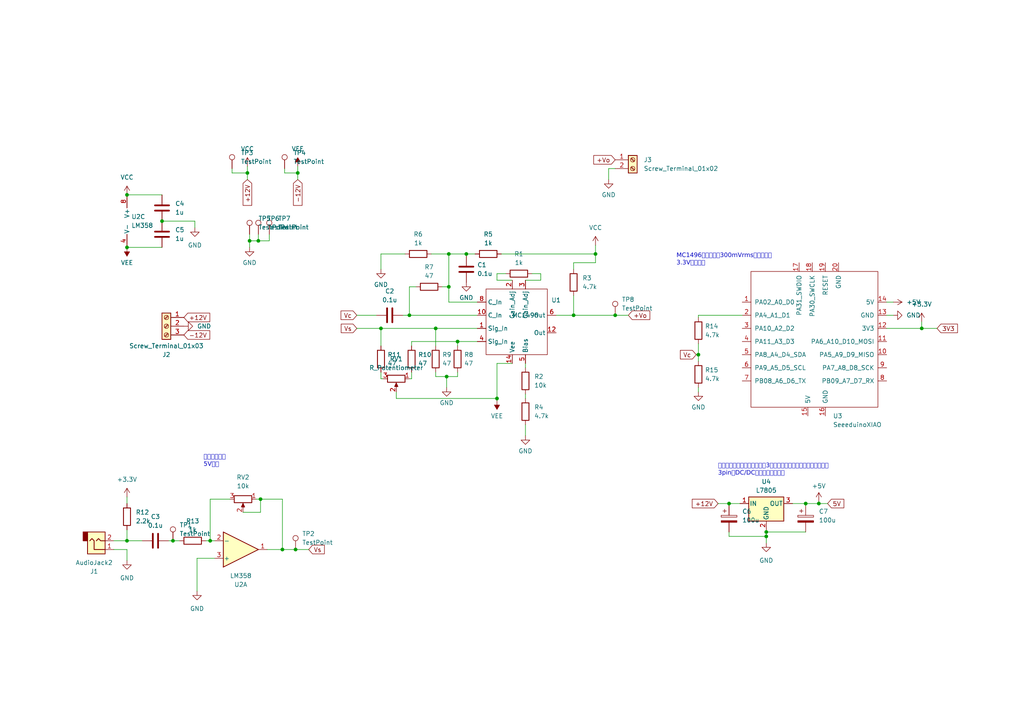
<source format=kicad_sch>
(kicad_sch (version 20230121) (generator eeschema)
  (paper "A4")
  (lib_symbols
    (symbol "00_ParametricSpeaker:MC1496"
      (property "Reference" "U" (at -2.54 -5.08 0))
      (symbol "MC1496_0_1"
        (rectangle (start -11.43 7.62) (end 6.35 -11.43))
      )
      (symbol "MC1496_1_1"
        (pin input line (at -13.97 -3.81 0) (length 2.54) (name "Sig_In") (number "1"))
        (pin input line (at -13.97 0 0) (length 2.54) (name "C_In") (number "10"))
        (pin bidirectional line (at 8.89 -5.08 180) (length 2.54) (name "Out") (number "12"))
        (pin power_in line (at -3.81 -13.97 90) (length 2.54) (name "Vee") (number "14"))
        (pin input line (at -3.81 10.16 270) (length 2.54) (name "Gain_Adj") (number "2"))
        (pin input line (at 0 10.16 270) (length 2.54) (name "Gain_Adj") (number "3"))
        (pin input line (at -13.97 -7.62 0) (length 2.54) (name "Sig_In") (number "4"))
        (pin input line (at 0 -13.97 90) (length 2.54) (name "Bias") (number "5"))
        (pin output line (at 8.89 0 180) (length 2.54) (name "Out") (number "6"))
        (pin input line (at -13.97 3.81 0) (length 2.54) (name "C_In") (number "8"))
      )
    )
    (symbol "01_Seeeduino XIAO:SeeeduinoXIAO" (pin_names (offset 1.016))
      (property "Reference" "U" (at -19.05 22.86 0))
      (property "Value" "SeeeduinoXIAO" (at -12.7 21.59 0))
      (symbol "SeeeduinoXIAO_0_1"
        (rectangle (start -19.05 20.32) (end 17.78 -19.05))
      )
      (symbol "SeeeduinoXIAO_1_1"
        (pin unspecified line (at -21.59 11.43 0) (length 2.54) (name "PA02_A0_D0") (number "1"))
        (pin unspecified line (at 20.32 -3.81 180) (length 2.54) (name "PA5_A9_D9_MISO") (number "10"))
        (pin unspecified line (at 20.32 0 180) (length 2.54) (name "PA6_A10_D10_MOSI") (number "11"))
        (pin unspecified line (at 20.32 3.81 180) (length 2.54) (name "3V3") (number "12"))
        (pin unspecified line (at 20.32 7.62 180) (length 2.54) (name "GND") (number "13"))
        (pin unspecified line (at 20.32 11.43 180) (length 2.54) (name "5V") (number "14"))
        (pin input line (at -2.54 -21.59 90) (length 2.54) (name "5V") (number "15"))
        (pin input line (at 2.54 -21.59 90) (length 2.54) (name "GND") (number "16"))
        (pin input line (at -5.08 22.86 270) (length 2.54) (name "PA31_SWDIO") (number "17"))
        (pin input line (at -1.27 22.86 270) (length 2.54) (name "PA30_SWCLK") (number "18"))
        (pin input line (at 2.54 22.86 270) (length 2.54) (name "RESET") (number "19"))
        (pin unspecified line (at -21.59 7.62 0) (length 2.54) (name "PA4_A1_D1") (number "2"))
        (pin input line (at 6.35 22.86 270) (length 2.54) (name "GND") (number "20"))
        (pin unspecified line (at -21.59 3.81 0) (length 2.54) (name "PA10_A2_D2") (number "3"))
        (pin unspecified line (at -21.59 0 0) (length 2.54) (name "PA11_A3_D3") (number "4"))
        (pin unspecified line (at -21.59 -3.81 0) (length 2.54) (name "PA8_A4_D4_SDA") (number "5"))
        (pin unspecified line (at -21.59 -7.62 0) (length 2.54) (name "PA9_A5_D5_SCL") (number "6"))
        (pin unspecified line (at -21.59 -11.43 0) (length 2.54) (name "PB08_A6_D6_TX") (number "7"))
        (pin unspecified line (at 20.32 -11.43 180) (length 2.54) (name "PB09_A7_D7_RX") (number "8"))
        (pin unspecified line (at 20.32 -7.62 180) (length 2.54) (name "PA7_A8_D8_SCK") (number "9"))
      )
    )
    (symbol "Amplifier_Operational:LM358" (pin_names (offset 0.127))
      (property "Reference" "U" (at 0 5.08 0))
      (property "Value" "LM358" (at 0 -5.08 0))
      (symbol "LM358_1_1"
        (polyline (pts (xy -5.08 5.08) (xy 5.08 0) (xy -5.08 -5.08) (xy -5.08 5.08)) (stroke (width 0.254)) (fill (type background)))
        (pin output line (at 7.62 0 180) (length 2.54) (name "~") (number "1"))
        (pin input line (at -7.62 -2.54 0) (length 2.54) (name "-") (number "2"))
        (pin input line (at -7.62 2.54 0) (length 2.54) (name "+") (number "3"))
      )
      (symbol "LM358_2_1"
        (polyline (pts (xy -5.08 5.08) (xy 5.08 0) (xy -5.08 -5.08) (xy -5.08 5.08)) (stroke (width 0.254)) (fill (type background)))
        (pin input line (at -7.62 2.54 0) (length 2.54) (name "+") (number "5"))
        (pin input line (at -7.62 -2.54 0) (length 2.54) (name "-") (number "6"))
        (pin output line (at 7.62 0 180) (length 2.54) (name "~") (number "7"))
      )
      (symbol "LM358_3_1"
        (pin power_in line (at -2.54 -7.62 90) (length 3.81) (name "V-") (number "4"))
        (pin power_in line (at -2.54 7.62 270) (length 3.81) (name "V+") (number "8"))
      )
    )
    (symbol "Connector:Screw_Terminal_01x02" (pin_names (offset 1.016) hide)
      (property "Reference" "J" (at 0 2.54 0))
      (property "Value" "Screw_Terminal_01x02" (at 0 -5.08 0))
      (symbol "Screw_Terminal_01x02_1_1"
        (rectangle (start -1.27 1.27) (end 1.27 -3.81) (stroke (width 0.254)) (fill (type background)))
        (circle (center 0 -2.54) (radius 0.635) (stroke (width 0.1524)))
        (polyline (pts (xy -0.5334 -2.2098) (xy 0.3302 -3.048)) (stroke (width 0.1524)))
        (polyline (pts (xy -0.5334 0.3302) (xy 0.3302 -0.508)) (stroke (width 0.1524)))
        (polyline (pts (xy -0.3556 -2.032) (xy 0.508 -2.8702)) (stroke (width 0.1524)))
        (polyline (pts (xy -0.3556 0.508) (xy 0.508 -0.3302)) (stroke (width 0.1524)))
        (circle (center 0 0) (radius 0.635) (stroke (width 0.1524)))
        (pin passive line (at -5.08 0 0) (length 3.81) (name "Pin_1") (number "1"))
        (pin passive line (at -5.08 -2.54 0) (length 3.81) (name "Pin_2") (number "2"))
      )
    )
    (symbol "Connector:Screw_Terminal_01x03" (pin_names (offset 1.016) hide)
      (property "Reference" "J" (at 0 5.08 0))
      (property "Value" "Screw_Terminal_01x03" (at 0 -5.08 0))
      (symbol "Screw_Terminal_01x03_1_1"
        (rectangle (start -1.27 3.81) (end 1.27 -3.81) (stroke (width 0.254)) (fill (type background)))
        (circle (center 0 -2.54) (radius 0.635) (stroke (width 0.1524)))
        (polyline (pts (xy -0.5334 -2.2098) (xy 0.3302 -3.048)) (stroke (width 0.1524)))
        (polyline (pts (xy -0.5334 0.3302) (xy 0.3302 -0.508)) (stroke (width 0.1524)))
        (polyline (pts (xy -0.5334 2.8702) (xy 0.3302 2.032)) (stroke (width 0.1524)))
        (polyline (pts (xy -0.3556 -2.032) (xy 0.508 -2.8702)) (stroke (width 0.1524)))
        (polyline (pts (xy -0.3556 0.508) (xy 0.508 -0.3302)) (stroke (width 0.1524)))
        (polyline (pts (xy -0.3556 3.048) (xy 0.508 2.2098)) (stroke (width 0.1524)))
        (circle (center 0 0) (radius 0.635) (stroke (width 0.1524)))
        (circle (center 0 2.54) (radius 0.635) (stroke (width 0.1524)))
        (pin passive line (at -5.08 2.54 0) (length 3.81) (name "Pin_1") (number "1"))
        (pin passive line (at -5.08 0 0) (length 3.81) (name "Pin_2") (number "2"))
        (pin passive line (at -5.08 -2.54 0) (length 3.81) (name "Pin_3") (number "3"))
      )
    )
    (symbol "Connector:TestPoint" (pin_numbers hide) (pin_names (offset 0.762) hide)
      (property "Reference" "TP" (at 0 6.858 0))
      (property "Value" "TestPoint" (at 0 5.08 0))
      (symbol "TestPoint_0_1"
        (circle (center 0 3.302) (radius 0.762))
      )
      (symbol "TestPoint_1_1"
        (pin passive line (at 0 0 90) (length 2.54) (name "1") (number "1"))
      )
    )
    (symbol "Connector_Audio:AudioJack2"
      (property "Reference" "J1" (at -0.635 8.89 0))
      (property "Value" "AudioJack2" (at -0.635 6.35 0))
      (symbol "AudioJack2_0_1"
        (rectangle (start -3.81 0) (end -2.54 -2.54) (stroke (width 0.254)) (fill (type outline)))
        (rectangle (start -2.54 3.81) (end 2.54 -2.54) (stroke (width 0.254)) (fill (type background)))
        (polyline (pts (xy 0 0) (xy 0.635 -0.635) (xy 1.27 0) (xy 2.54 0)) (stroke (width 0.254)))
        (polyline (pts (xy 2.54 2.54) (xy -0.635 2.54) (xy -0.635 0) (xy -1.27 -0.635) (xy -1.905 0)) (stroke (width 0.254)))
      )
      (symbol "AudioJack2_1_1"
        (pin passive line (at 5.08 2.54 180) (length 2.54) (name "~") (number "1"))
        (pin passive line (at 5.08 0 180) (length 2.54) (name "~") (number "2"))
      )
    )
    (symbol "Device:C" (pin_numbers hide) (pin_names (offset 0.254))
      (property "Reference" "C" (at 0.635 2.54 0))
      (property "Value" "C" (at 0.635 -2.54 0))
      (symbol "C_0_1"
        (polyline (pts (xy -2.032 -0.762) (xy 2.032 -0.762)) (stroke (width 0.508)))
        (polyline (pts (xy -2.032 0.762) (xy 2.032 0.762)) (stroke (width 0.508)))
      )
      (symbol "C_1_1"
        (pin passive line (at 0 3.81 270) (length 2.794) (name "~") (number "1"))
        (pin passive line (at 0 -3.81 90) (length 2.794) (name "~") (number "2"))
      )
    )
    (symbol "Device:C_Polarized" (pin_numbers hide) (pin_names (offset 0.254))
      (property "Reference" "C" (at 0.635 2.54 0))
      (property "Value" "C_Polarized" (at 0.635 -2.54 0))
      (symbol "C_Polarized_0_1"
        (rectangle (start -2.286 0.508) (end 2.286 1.016))
        (polyline (pts (xy -1.778 2.286) (xy -0.762 2.286)))
        (polyline (pts (xy -1.27 2.794) (xy -1.27 1.778)))
        (rectangle (start 2.286 -0.508) (end -2.286 -1.016) (fill (type outline)))
      )
      (symbol "C_Polarized_1_1"
        (pin passive line (at 0 3.81 270) (length 2.794) (name "~") (number "1"))
        (pin passive line (at 0 -3.81 90) (length 2.794) (name "~") (number "2"))
      )
    )
    (symbol "Device:R" (pin_numbers hide) (pin_names (offset 0))
      (property "Reference" "R" (at 2.032 0 90))
      (property "Value" "R" (at 0 0 90))
      (symbol "R_0_1"
        (rectangle (start -1.016 -2.54) (end 1.016 2.54) (stroke (width 0.254)))
      )
      (symbol "R_1_1"
        (pin passive line (at 0 3.81 270) (length 1.27) (name "~") (number "1"))
        (pin passive line (at 0 -3.81 90) (length 1.27) (name "~") (number "2"))
      )
    )
    (symbol "Device:R_Potentiometer" (pin_names (offset 1.016) hide)
      (property "Reference" "RV" (at -4.445 0 90))
      (property "Value" "R_Potentiometer" (at -2.54 0 90))
      (symbol "R_Potentiometer_0_1"
        (polyline (pts (xy 2.54 0) (xy 1.524 0)))
        (polyline (pts (xy 1.143 0) (xy 2.286 0.508) (xy 2.286 -0.508) (xy 1.143 0)) (fill (type outline)))
        (rectangle (start 1.016 2.54) (end -1.016 -2.54) (stroke (width 0.254)))
      )
      (symbol "R_Potentiometer_1_1"
        (pin passive line (at 0 3.81 270) (length 1.27) (name "1") (number "1"))
        (pin passive line (at 3.81 0 180) (length 1.27) (name "2") (number "2"))
        (pin passive line (at 0 -3.81 90) (length 1.27) (name "3") (number "3"))
      )
    )
    (symbol "Regulator_Linear:L7805" (pin_names (offset 0.254))
      (property "Reference" "U" (at -3.81 3.175 0))
      (property "Value" "L7805" (at 0 3.175 0))
      (symbol "L7805_0_1"
        (rectangle (start -5.08 1.905) (end 5.08 -5.08) (stroke (width 0.254)) (fill (type background)))
      )
      (symbol "L7805_1_1"
        (pin power_in line (at -7.62 0 0) (length 2.54) (name "IN") (number "1"))
        (pin power_in line (at 0 -7.62 90) (length 2.54) (name "GND") (number "2"))
        (pin power_out line (at 7.62 0 180) (length 2.54) (name "OUT") (number "3"))
      )
    )
    (symbol "power:+3.3V" (power) (pin_names (offset 0))
      (property "Value" "+3.3V" (at 0 3.556 0))
      (symbol "+3.3V_0_1"
        (polyline (pts (xy -0.762 1.27) (xy 0 2.54)))
        (polyline (pts (xy 0 0) (xy 0 2.54)))
        (polyline (pts (xy 0 2.54) (xy 0.762 1.27)))
      )
      (symbol "+3.3V_1_1"
        (pin power_in line (at 0 0 90) (length 0) hide (name "+3.3V") (number "1"))
      )
    )
    (symbol "power:+5V" (power) (pin_names (offset 0))
      (property "Value" "+5V" (at 0 3.556 0))
      (symbol "+5V_0_1"
        (polyline (pts (xy -0.762 1.27) (xy 0 2.54)))
        (polyline (pts (xy 0 0) (xy 0 2.54)))
        (polyline (pts (xy 0 2.54) (xy 0.762 1.27)))
      )
      (symbol "+5V_1_1"
        (pin power_in line (at 0 0 90) (length 0) hide (name "+5V") (number "1"))
      )
    )
    (symbol "power:GND" (power) (pin_names (offset 0))
      (property "Value" "GND" (at 0 -3.81 0))
      (symbol "GND_0_1"
        (polyline (pts (xy 0 0) (xy 0 -1.27) (xy 1.27 -1.27) (xy 0 -2.54) (xy -1.27 -1.27) (xy 0 -1.27)))
      )
      (symbol "GND_1_1"
        (pin power_in line (at 0 0 270) (length 0) hide (name "GND") (number "1"))
      )
    )
    (symbol "power:VCC" (power) (pin_names (offset 0))
      (property "Value" "VCC" (at 0 3.81 0))
      (symbol "VCC_0_1"
        (polyline (pts (xy -0.762 1.27) (xy 0 2.54)))
        (polyline (pts (xy 0 0) (xy 0 2.54)))
        (polyline (pts (xy 0 2.54) (xy 0.762 1.27)))
      )
      (symbol "VCC_1_1"
        (pin power_in line (at 0 0 90) (length 0) hide (name "VCC") (number "1"))
      )
    )
    (symbol "power:VEE" (power) (pin_names (offset 0))
      (property "Value" "VEE" (at 0 3.81 0))
      (symbol "VEE_0_1"
        (polyline (pts (xy 0 0) (xy 0 2.54)))
        (polyline (pts (xy 0.762 1.27) (xy -0.762 1.27) (xy 0 2.54) (xy 0.762 1.27)) (fill (type outline)))
      )
      (symbol "VEE_1_1"
        (pin power_in line (at 0 0 90) (length 0) hide (name "VEE") (number "1"))
      )
    )
  )
  (junction (at 46.99 64.135))
  (junction (at 144.145 115.57))
  (junction (at 71.755 50.165))
  (junction (at 36.83 156.845))
  (junction (at 233.68 146.05))
  (junction (at 36.83 56.515))
  (junction (at 211.455 146.05))
  (junction (at 135.255 73.66))
  (junction (at 178.435 91.44))
  (junction (at 130.175 73.66))
  (junction (at 129.54 109.22))
  (junction (at 130.175 83.185))
  (junction (at 81.915 159.385))
  (junction (at 110.49 95.25))
  (junction (at 74.93 69.85))
  (junction (at 60.96 156.845))
  (junction (at 267.335 95.25))
  (junction (at 172.72 73.66))
  (junction (at 118.745 91.44))
  (junction (at 86.36 50.165))
  (junction (at 222.25 154.305))
  (junction (at 132.715 99.06))
  (junction (at 222.25 155.575))
  (junction (at 36.83 71.755))
  (junction (at 202.565 102.87))
  (junction (at 75.565 144.78))
  (junction (at 50.165 156.845))
  (junction (at 237.49 146.05))
  (junction (at 126.365 95.25))
  (junction (at 166.37 91.44))
  (junction (at 72.39 69.85))
  (junction (at 85.725 159.385))
  (wire (pts (xy 118.745 83.185) (xy 118.745 91.44)))
  (wire (pts (xy 233.68 154.305) (xy 222.25 154.305)))
  (wire (pts (xy 74.93 69.85) (xy 78.105 69.85)))
  (wire (pts (xy 154.305 79.375) (xy 156.845 79.375)))
  (wire (pts (xy 233.68 146.05) (xy 233.68 146.685)))
  (wire (pts (xy 129.54 109.22) (xy 129.54 112.395)))
  (wire (pts (xy 267.335 93.345) (xy 267.335 95.25)))
  (wire (pts (xy 144.145 105.41) (xy 144.145 115.57)))
  (wire (pts (xy 126.365 109.22) (xy 126.365 107.95)))
  (wire (pts (xy 233.68 146.05) (xy 237.49 146.05)))
  (wire (pts (xy 132.715 109.22) (xy 129.54 109.22)))
  (wire (pts (xy 59.69 156.845) (xy 60.96 156.845)))
  (wire (pts (xy 36.83 159.385) (xy 36.83 162.56)))
  (wire (pts (xy 110.49 95.25) (xy 103.505 95.25)))
  (wire (pts (xy 152.4 123.19) (xy 152.4 126.365)))
  (wire (pts (xy 33.02 156.845) (xy 36.83 156.845)))
  (wire (pts (xy 138.43 87.63) (xy 130.175 87.63)))
  (wire (pts (xy 237.49 145.415) (xy 237.49 146.05)))
  (wire (pts (xy 128.27 83.185) (xy 130.175 83.185)))
  (wire (pts (xy 202.565 91.44) (xy 215.265 91.44)))
  (wire (pts (xy 132.715 99.06) (xy 138.43 99.06)))
  (wire (pts (xy 144.145 81.28) (xy 144.145 79.375)))
  (wire (pts (xy 222.25 154.305) (xy 222.25 155.575)))
  (wire (pts (xy 36.83 156.845) (xy 36.83 153.67)))
  (wire (pts (xy 75.565 148.59) (xy 75.565 144.78)))
  (wire (pts (xy 129.54 109.22) (xy 126.365 109.22)))
  (wire (pts (xy 176.53 48.895) (xy 178.435 48.895)))
  (wire (pts (xy 118.745 91.44) (xy 138.43 91.44)))
  (wire (pts (xy 36.83 146.05) (xy 36.83 144.145)))
  (wire (pts (xy 110.49 95.25) (xy 110.49 100.33)))
  (wire (pts (xy 176.53 48.895) (xy 176.53 52.07)))
  (wire (pts (xy 72.39 71.755) (xy 72.39 69.85)))
  (wire (pts (xy 60.96 156.845) (xy 62.23 156.845)))
  (wire (pts (xy 132.715 107.95) (xy 132.715 109.22)))
  (wire (pts (xy 36.83 56.515) (xy 46.99 56.515)))
  (wire (pts (xy 110.49 73.66) (xy 117.475 73.66)))
  (wire (pts (xy 202.565 99.695) (xy 202.565 102.87)))
  (wire (pts (xy 257.175 87.63) (xy 259.08 87.63)))
  (wire (pts (xy 132.715 99.06) (xy 132.715 100.33)))
  (wire (pts (xy 135.255 73.66) (xy 135.255 74.295)))
  (wire (pts (xy 110.49 109.855) (xy 111.125 109.855)))
  (wire (pts (xy 237.49 146.05) (xy 240.03 146.05)))
  (wire (pts (xy 211.455 146.05) (xy 214.63 146.05)))
  (wire (pts (xy 118.745 109.855) (xy 119.38 109.855)))
  (wire (pts (xy 208.28 146.05) (xy 211.455 146.05)))
  (wire (pts (xy 166.37 91.44) (xy 178.435 91.44)))
  (wire (pts (xy 130.175 73.66) (xy 135.255 73.66)))
  (wire (pts (xy 86.36 48.26) (xy 86.36 50.165)))
  (wire (pts (xy 119.38 107.95) (xy 119.38 109.855)))
  (wire (pts (xy 77.47 159.385) (xy 81.915 159.385)))
  (wire (pts (xy 166.37 76.2) (xy 172.72 76.2)))
  (wire (pts (xy 145.415 73.66) (xy 172.72 73.66)))
  (wire (pts (xy 125.095 73.66) (xy 130.175 73.66)))
  (wire (pts (xy 148.59 105.41) (xy 144.145 105.41)))
  (wire (pts (xy 110.49 78.105) (xy 110.49 73.66)))
  (wire (pts (xy 82.55 48.895) (xy 82.55 50.165)))
  (wire (pts (xy 48.895 156.845) (xy 50.165 156.845)))
  (wire (pts (xy 75.565 144.78) (xy 81.915 144.78)))
  (wire (pts (xy 135.255 73.66) (xy 137.795 73.66)))
  (wire (pts (xy 126.365 95.25) (xy 110.49 95.25)))
  (wire (pts (xy 152.4 105.41) (xy 152.4 106.68)))
  (wire (pts (xy 67.31 48.895) (xy 67.31 50.165)))
  (wire (pts (xy 33.02 159.385) (xy 36.83 159.385)))
  (wire (pts (xy 166.37 85.725) (xy 166.37 91.44)))
  (wire (pts (xy 166.37 78.105) (xy 166.37 76.2)))
  (wire (pts (xy 156.845 79.375) (xy 156.845 81.28)))
  (wire (pts (xy 172.72 73.66) (xy 172.72 76.2)))
  (wire (pts (xy 110.49 107.95) (xy 110.49 109.855)))
  (wire (pts (xy 81.915 159.385) (xy 85.725 159.385)))
  (wire (pts (xy 201.93 102.87) (xy 202.565 102.87)))
  (wire (pts (xy 202.565 112.395) (xy 202.565 113.665)))
  (wire (pts (xy 60.96 144.78) (xy 66.675 144.78)))
  (wire (pts (xy 74.93 67.945) (xy 74.93 69.85)))
  (wire (pts (xy 119.38 99.06) (xy 132.715 99.06)))
  (wire (pts (xy 178.435 91.44) (xy 182.245 91.44)))
  (wire (pts (xy 161.29 91.44) (xy 166.37 91.44)))
  (wire (pts (xy 67.31 50.165) (xy 71.755 50.165)))
  (wire (pts (xy 172.72 71.12) (xy 172.72 73.66)))
  (wire (pts (xy 202.565 91.44) (xy 202.565 92.075)))
  (wire (pts (xy 116.84 91.44) (xy 118.745 91.44)))
  (wire (pts (xy 81.915 144.78) (xy 81.915 159.385)))
  (wire (pts (xy 36.83 156.845) (xy 41.275 156.845)))
  (wire (pts (xy 222.25 153.67) (xy 222.25 154.305)))
  (wire (pts (xy 130.175 83.185) (xy 130.175 73.66)))
  (wire (pts (xy 222.25 155.575) (xy 222.25 157.48)))
  (wire (pts (xy 103.505 91.44) (xy 109.22 91.44)))
  (wire (pts (xy 71.755 50.165) (xy 71.755 52.07)))
  (wire (pts (xy 46.99 64.135) (xy 56.515 64.135)))
  (wire (pts (xy 119.38 100.33) (xy 119.38 99.06)))
  (wire (pts (xy 156.845 81.28) (xy 152.4 81.28)))
  (wire (pts (xy 257.175 95.25) (xy 267.335 95.25)))
  (wire (pts (xy 211.455 154.305) (xy 211.455 155.575)))
  (wire (pts (xy 57.15 161.925) (xy 57.15 171.45)))
  (wire (pts (xy 126.365 95.25) (xy 126.365 100.33)))
  (wire (pts (xy 229.87 146.05) (xy 233.68 146.05)))
  (wire (pts (xy 152.4 114.3) (xy 152.4 115.57)))
  (wire (pts (xy 50.165 156.845) (xy 52.07 156.845)))
  (wire (pts (xy 36.83 71.755) (xy 46.99 71.755)))
  (wire (pts (xy 114.935 115.57) (xy 144.145 115.57)))
  (wire (pts (xy 78.105 69.85) (xy 78.105 67.945)))
  (wire (pts (xy 82.55 50.165) (xy 86.36 50.165)))
  (wire (pts (xy 138.43 95.25) (xy 126.365 95.25)))
  (wire (pts (xy 85.725 159.385) (xy 89.535 159.385)))
  (wire (pts (xy 86.36 50.165) (xy 86.36 52.07)))
  (wire (pts (xy 144.145 115.57) (xy 144.145 116.205)))
  (wire (pts (xy 130.175 87.63) (xy 130.175 83.185)))
  (wire (pts (xy 211.455 146.05) (xy 211.455 146.685)))
  (wire (pts (xy 70.485 148.59) (xy 75.565 148.59)))
  (wire (pts (xy 114.935 113.665) (xy 114.935 115.57)))
  (wire (pts (xy 74.295 144.78) (xy 75.565 144.78)))
  (wire (pts (xy 144.145 79.375) (xy 146.685 79.375)))
  (wire (pts (xy 267.335 95.25) (xy 271.78 95.25)))
  (wire (pts (xy 148.59 81.28) (xy 144.145 81.28)))
  (wire (pts (xy 71.755 48.26) (xy 71.755 50.165)))
  (wire (pts (xy 72.39 67.945) (xy 72.39 69.85)))
  (wire (pts (xy 202.565 102.87) (xy 202.565 104.775)))
  (wire (pts (xy 56.515 64.135) (xy 56.515 66.04)))
  (wire (pts (xy 72.39 69.85) (xy 74.93 69.85)))
  (wire (pts (xy 222.25 155.575) (xy 211.455 155.575)))
  (wire (pts (xy 118.745 83.185) (xy 120.65 83.185)))
  (wire (pts (xy 257.175 91.44) (xy 259.08 91.44)))
  (wire (pts (xy 60.96 156.845) (xy 60.96 144.78)))
  (wire (pts (xy 62.23 161.925) (xy 57.15 161.925)))
  (text "変調度調整用\n5Vまで" (at 59.055 135.89 0) (effects (font (size 1.27 1.27)) (justify left bottom)))
  (text "MC1496の推奨入力300mVrmsに合わせて\n3.3Vから降圧" (at 196.215 77.47 0) (effects (font (size 1.27 1.27)) (justify left bottom)))
  (text "シンボルとフットプリントを3端子レギュレータで代用しているが\n3pinのDC/DCコンバータを使用" (at 208.28 138.43 0) (effects (font (size 1.27 1.27)) (justify left bottom)))
  (global_label "Vc" (shape input) (at 201.93 102.87 180) (property "Intersheetrefs" "${INTERSHEET_REFS}" (effects hide)))
  (global_label "Vc" (shape input) (at 103.505 91.44 180) (property "Intersheetrefs" "${INTERSHEET_REFS}" (effects hide)))
  (global_label "Vs" (shape input) (at 89.535 159.385 0) (property "Intersheetrefs" "${INTERSHEET_REFS}" (effects hide)))
  (global_label "5V" (shape input) (at 240.03 146.05 0) (property "Intersheetrefs" "${INTERSHEET_REFS}" (effects hide)))
  (global_label "-12V" (shape input) (at 86.36 52.07 270) (property "Intersheetrefs" "${INTERSHEET_REFS}" (effects hide)))
  (global_label "+12V" (shape input) (at 208.28 146.05 180) (property "Intersheetrefs" "${INTERSHEET_REFS}" (effects hide)))
  (global_label "+Vo" (shape input) (at 182.245 91.44 0) (property "Intersheetrefs" "${INTERSHEET_REFS}" (effects hide)))
  (global_label "Vs" (shape input) (at 103.505 95.25 180) (property "Intersheetrefs" "${INTERSHEET_REFS}" (effects hide)))
  (global_label "-12V" (shape input) (at 53.34 97.155 0) (property "Intersheetrefs" "${INTERSHEET_REFS}" (effects hide)))
  (global_label "+12V" (shape input) (at 53.34 92.075 0) (property "Intersheetrefs" "${INTERSHEET_REFS}" (effects hide)))
  (global_label "3V3" (shape input) (at 271.78 95.25 0) (property "Intersheetrefs" "${INTERSHEET_REFS}" (effects hide)))
  (global_label "+12V" (shape input) (at 71.755 52.07 270) (property "Intersheetrefs" "${INTERSHEET_REFS}" (effects hide)))
  (global_label "+Vo" (shape input) (at 178.435 46.355 180) (property "Intersheetrefs" "${INTERSHEET_REFS}" (effects hide)))
  (symbol (lib_id "Device:C") (at 135.255 78.105 0) (unit 1)
    (property "Reference" "C1" (at 138.43 76.835 0) (effects (justify left)))
    (property "Value" "0.1u" (at 138.43 79.375 0) (effects (justify left)))
    (property "Footprint" "Capacitor_SMD:C_0603_1608Metric" (effects hide))
  )
  (symbol (lib_id "power:GND") (at 152.4 126.365 0) (unit 1)
    (property "Reference" "#PWR01" (effects hide))
    (property "Value" "GND" (at 152.4 130.81 0))
  )
  (symbol (lib_id "Amplifier_Operational:LM358") (at 69.85 159.385 0) (mirror x) (unit 1)
    (property "Reference" "U2" (at 69.85 169.545 0))
    (property "Value" "LM358" (at 69.85 167.005 0))
    (property "Footprint" "Package_SO:SOIC-8_3.9x4.9mm_P1.27mm" (effects hide))
    (property "Datasheet" "http://www.ti.com/lit/ds/symlink/lm2904-n.pdf" (effects hide))
  )
  (symbol (lib_id "power:VCC") (at 71.755 48.26 0) (unit 1)
    (property "Reference" "#PWR07" (effects hide))
    (property "Value" "VCC" (at 71.755 43.18 0))
  )
  (symbol (lib_id "Connector:TestPoint") (at 82.55 48.895 0) (unit 1)
    (property "Reference" "TP4" (at 85.09 44.323 0) (effects (justify left)))
    (property "Value" "TestPoint" (at 85.09 46.863 0) (effects (justify left)))
    (property "Footprint" "TestPoint:TestPoint_THTPad_D2.5mm_Drill1.2mm" (effects hide))
  )
  (symbol (lib_id "Device:R") (at 36.83 149.86 0) (unit 1)
    (property "Reference" "R12" (at 39.37 148.59 0) (effects (justify left)))
    (property "Value" "2.2k" (at 39.37 151.13 0) (effects (justify left)))
    (property "Footprint" "Resistor_SMD:R_0603_1608Metric" (effects hide))
  )
  (symbol (lib_id "Connector:TestPoint") (at 72.39 67.945 0) (unit 1)
    (property "Reference" "TP5" (at 74.93 63.373 0) (effects (justify left)))
    (property "Value" "TestPoint" (at 74.93 65.913 0) (effects (justify left)))
    (property "Footprint" "TestPoint:TestPoint_THTPad_D2.5mm_Drill1.2mm" (effects hide))
  )
  (symbol (lib_id "Device:C_Polarized") (at 211.455 150.495 0) (unit 1)
    (property "Reference" "C6" (at 215.265 148.336 0) (effects (justify left)))
    (property "Value" "100u" (at 215.265 150.876 0) (effects (justify left)))
    (property "Footprint" "Capacitor_THT:CP_Radial_D6.3mm_P2.50mm" (effects hide))
  )
  (symbol (lib_id "Device:R") (at 141.605 73.66 270) (unit 1)
    (property "Reference" "R5" (at 141.605 67.945 90))
    (property "Value" "1k" (at 141.605 70.485 90))
    (property "Footprint" "Resistor_SMD:R_0603_1608Metric" (effects hide))
  )
  (symbol (lib_id "Device:R") (at 202.565 95.885 0) (unit 1)
    (property "Reference" "R14" (at 204.47 94.615 0) (effects (justify left)))
    (property "Value" "4.7k" (at 204.47 97.155 0) (effects (justify left)))
    (property "Footprint" "Resistor_SMD:R_0603_1608Metric" (effects hide))
  )
  (symbol (lib_id "power:VEE") (at 144.145 116.205 180) (unit 1)
    (property "Reference" "#PWR03" (effects hide))
    (property "Value" "VEE" (at 144.145 120.65 0))
  )
  (symbol (lib_id "Connector:TestPoint") (at 74.93 67.945 0) (unit 1)
    (property "Reference" "TP6" (at 77.47 63.373 0) (effects (justify left)))
    (property "Value" "TestPoint" (at 77.47 65.913 0) (effects (justify left)))
    (property "Footprint" "TestPoint:TestPoint_THTPad_D2.5mm_Drill1.2mm" (effects hide))
  )
  (symbol (lib_id "Device:R") (at 126.365 104.14 0) (unit 1)
    (property "Reference" "R9" (at 128.27 102.87 0) (effects (justify left)))
    (property "Value" "47" (at 128.27 105.41 0) (effects (justify left)))
    (property "Footprint" "Resistor_SMD:R_0603_1608Metric" (effects hide))
  )
  (symbol (lib_id "power:GND") (at 57.15 171.45 0) (unit 1)
    (property "Reference" "#PWR012" (effects hide))
    (property "Value" "GND" (at 57.15 176.53 0))
  )
  (symbol (lib_id "Connector:TestPoint") (at 178.435 91.44 0) (unit 1)
    (property "Reference" "TP8" (at 180.34 86.868 0) (effects (justify left)))
    (property "Value" "TestPoint" (at 180.34 89.408 0) (effects (justify left)))
    (property "Footprint" "TestPoint:TestPoint_THTPad_D2.5mm_Drill1.2mm" (effects hide))
  )
  (symbol (lib_id "Device:R_Potentiometer") (at 70.485 144.78 270) (unit 1)
    (property "Reference" "RV2" (at 70.485 138.43 90))
    (property "Value" "10k" (at 70.485 140.97 90))
    (property "Footprint" "Connector_PinHeader_2.54mm:PinHeader_1x03_P2.54mm_Vertical" (effects hide))
  )
  (symbol (lib_id "Device:C") (at 45.085 156.845 90) (unit 1)
    (property "Reference" "C3" (at 45.085 149.86 90))
    (property "Value" "0.1u" (at 45.085 152.4 90))
    (property "Footprint" "Capacitor_SMD:C_0603_1608Metric" (effects hide))
  )
  (symbol (lib_id "Device:R") (at 121.285 73.66 270) (unit 1)
    (property "Reference" "R6" (at 121.285 67.945 90))
    (property "Value" "1k" (at 121.285 70.485 90))
    (property "Footprint" "Resistor_SMD:R_0603_1608Metric" (effects hide))
  )
  (symbol (lib_id "Device:R") (at 166.37 81.915 0) (unit 1)
    (property "Reference" "R3" (at 168.91 80.645 0) (effects (justify left)))
    (property "Value" "4.7k" (at 168.91 83.185 0) (effects (justify left)))
    (property "Footprint" "Resistor_SMD:R_0603_1608Metric" (effects hide))
  )
  (symbol (lib_id "Device:C_Polarized") (at 233.68 150.495 0) (unit 1)
    (property "Reference" "C7" (at 237.49 148.336 0) (effects (justify left)))
    (property "Value" "100u" (at 237.49 150.876 0) (effects (justify left)))
    (property "Footprint" "Capacitor_THT:CP_Radial_D6.3mm_P2.50mm" (effects hide))
  )
  (symbol (lib_id "Device:C") (at 46.99 67.945 0) (unit 1)
    (property "Reference" "C5" (at 50.8 66.675 0) (effects (justify left)))
    (property "Value" "1u" (at 50.8 69.215 0) (effects (justify left)))
    (property "Footprint" "Capacitor_SMD:C_1206_3216Metric" (effects hide))
  )
  (symbol (lib_id "01_Seeeduino XIAO:SeeeduinoXIAO") (at 236.855 99.06 0) (unit 1)
    (property "Reference" "U3" (at 241.5891 120.65 0) (effects (justify left)))
    (property "Value" "SeeeduinoXIAO" (at 241.5891 123.19 0) (effects (justify left)))
    (property "Footprint" "01_MC1496:Seeeduino XIAO-MOUDLE14P-2.54-21X17.8MM" (effects hide))
  )
  (symbol (lib_id "Connector:TestPoint") (at 67.31 48.895 0) (unit 1)
    (property "Reference" "TP3" (at 69.85 44.323 0) (effects (justify left)))
    (property "Value" "TestPoint" (at 69.85 46.863 0) (effects (justify left)))
    (property "Footprint" "TestPoint:TestPoint_THTPad_D2.5mm_Drill1.2mm" (effects hide))
  )
  (symbol (lib_id "00_ParametricSpeaker:MC1496") (at 152.4 91.44 0) (unit 1)
    (property "Reference" "U1" (at 161.29 87.0519 0))
    (property "Value" "MC1496" (at 152.4 91.44 0))
    (property "Footprint" "Package_SO:SOIC-14_3.9x8.7mm_P1.27mm" (effects hide))
  )
  (symbol (lib_id "Device:R") (at 152.4 110.49 0) (unit 1)
    (property "Reference" "R2" (at 154.94 109.22 0) (effects (justify left)))
    (property "Value" "10k" (at 154.94 111.76 0) (effects (justify left)))
    (property "Footprint" "Resistor_SMD:R_0603_1608Metric" (effects hide))
  )
  (symbol (lib_id "Device:R") (at 110.49 104.14 0) (unit 1)
    (property "Reference" "R11" (at 112.395 102.87 0) (effects (justify left)))
    (property "Value" "47" (at 112.395 105.41 0) (effects (justify left)))
    (property "Footprint" "Resistor_SMD:R_0603_1608Metric" (effects hide))
  )
  (symbol (lib_id "power:GND") (at 222.25 157.48 0) (unit 1)
    (property "Reference" "#PWR018" (effects hide))
    (property "Value" "GND" (at 222.25 162.56 0))
  )
  (symbol (lib_id "Device:R") (at 124.46 83.185 90) (unit 1)
    (property "Reference" "R7" (at 124.46 77.47 90))
    (property "Value" "47" (at 124.46 80.01 90))
    (property "Footprint" "Resistor_SMD:R_0603_1608Metric" (effects hide))
  )
  (symbol (lib_id "Amplifier_Operational:LM358") (at 39.37 64.135 0) (unit 3)
    (property "Reference" "U2" (at 38.1 62.865 0) (effects (justify left)))
    (property "Value" "LM358" (at 38.1 65.405 0) (effects (justify left)))
    (property "Footprint" "Package_SO:SOIC-8_3.9x4.9mm_P1.27mm" (effects hide))
    (property "Datasheet" "http://www.ti.com/lit/ds/symlink/lm2904-n.pdf" (effects hide))
  )
  (symbol (lib_id "power:GND") (at 202.565 113.665 0) (unit 1)
    (property "Reference" "#PWR020" (effects hide))
    (property "Value" "GND" (at 202.565 118.11 0))
  )
  (symbol (lib_id "power:GND") (at 129.54 112.395 0) (unit 1)
    (property "Reference" "#PWR06" (effects hide))
    (property "Value" "GND" (at 129.54 116.84 0))
  )
  (symbol (lib_id "Device:R") (at 150.495 79.375 270) (unit 1)
    (property "Reference" "R1" (at 150.495 73.66 90))
    (property "Value" "1k" (at 150.495 76.2 90))
    (property "Footprint" "Resistor_SMD:R_0603_1608Metric" (effects hide))
  )
  (symbol (lib_id "power:GND") (at 176.53 52.07 0) (unit 1)
    (property "Reference" "#PWR023" (effects hide))
    (property "Value" "GND" (at 176.53 56.515 0))
  )
  (symbol (lib_id "power:GND") (at 110.49 78.105 0) (unit 1)
    (property "Reference" "#PWR05" (effects hide))
    (property "Value" "GND" (at 110.49 82.55 0))
  )
  (symbol (lib_id "power:VCC") (at 172.72 71.12 0) (unit 1)
    (property "Reference" "#PWR02" (effects hide))
    (property "Value" "VCC" (at 172.72 66.04 0))
  )
  (symbol (lib_id "power:GND") (at 72.39 71.755 0) (unit 1)
    (property "Reference" "#PWR021" (effects hide))
    (property "Value" "GND" (at 72.39 76.2 0))
  )
  (symbol (lib_id "power:+3.3V") (at 267.335 93.345 0) (unit 1)
    (property "Reference" "#PWR015" (effects hide))
    (property "Value" "+3.3V" (at 267.335 88.265 0))
  )
  (symbol (lib_id "Device:R") (at 119.38 104.14 0) (unit 1)
    (property "Reference" "R10" (at 121.285 102.87 0) (effects (justify left)))
    (property "Value" "47" (at 121.285 105.41 0) (effects (justify left)))
    (property "Footprint" "Resistor_SMD:R_0603_1608Metric" (effects hide))
  )
  (symbol (lib_id "Device:C") (at 113.03 91.44 270) (unit 1)
    (property "Reference" "C2" (at 113.03 84.455 90))
    (property "Value" "0.1u" (at 113.03 86.995 90))
    (property "Footprint" "Capacitor_SMD:C_0603_1608Metric" (effects hide))
  )
  (symbol (lib_id "power:+3.3V") (at 36.83 144.145 0) (unit 1)
    (property "Reference" "#PWR013" (effects hide))
    (property "Value" "+3.3V" (at 36.83 139.065 0))
  )
  (symbol (lib_id "Device:C") (at 46.99 60.325 0) (unit 1)
    (property "Reference" "C4" (at 50.8 59.055 0) (effects (justify left)))
    (property "Value" "1u" (at 50.8 61.595 0) (effects (justify left)))
    (property "Footprint" "Capacitor_SMD:C_1206_3216Metric" (effects hide))
  )
  (symbol (lib_id "Device:R") (at 152.4 119.38 0) (unit 1)
    (property "Reference" "R4" (at 154.94 118.11 0) (effects (justify left)))
    (property "Value" "4.7k" (at 154.94 120.65 0) (effects (justify left)))
    (property "Footprint" "Resistor_SMD:R_0603_1608Metric" (effects hide))
  )
  (symbol (lib_id "Regulator_Linear:L7805") (at 222.25 146.05 0) (unit 1)
    (property "Reference" "U4" (at 222.25 139.7 0))
    (property "Value" "L7805" (at 222.25 142.24 0))
    (property "Footprint" "Package_TO_SOT_THT:TO-220-3_Vertical" (effects hide))
    (property "Datasheet" "http://www.st.com/content/ccc/resource/technical/document/datasheet/41/4f/b3/b0/12/d4/47/88/CD00000444.pdf/files/CD00000444.pdf/jcr:content/translations/en.CD00000444.pdf" (effects hide))
  )
  (symbol (lib_id "Connector:Screw_Terminal_01x02") (at 183.515 46.355 0) (unit 1)
    (property "Reference" "J3" (at 186.69 46.355 0) (effects (justify left)))
    (property "Value" "Screw_Terminal_01x02" (at 186.69 48.895 0) (effects (justify left)))
    (property "Footprint" "TerminalBlock:TerminalBlock_bornier-2_P5.08mm" (effects hide))
  )
  (symbol (lib_id "Device:R") (at 202.565 108.585 0) (unit 1)
    (property "Reference" "R15" (at 204.47 107.315 0) (effects (justify left)))
    (property "Value" "4.7k" (at 204.47 109.855 0) (effects (justify left)))
    (property "Footprint" "Resistor_SMD:R_0603_1608Metric" (effects hide))
  )
  (symbol (lib_id "Device:R") (at 55.88 156.845 90) (unit 1)
    (property "Reference" "R13" (at 55.88 151.13 90))
    (property "Value" "1k" (at 55.88 153.67 90))
    (property "Footprint" "Resistor_SMD:R_0603_1608Metric" (effects hide))
  )
  (symbol (lib_id "power:GND") (at 56.515 66.04 0) (unit 1)
    (property "Reference" "#PWR014" (effects hide))
    (property "Value" "GND" (at 56.515 71.12 0))
  )
  (symbol (lib_id "power:VCC") (at 36.83 56.515 0) (unit 1)
    (property "Reference" "#PWR09" (effects hide))
    (property "Value" "VCC" (at 36.83 51.435 0))
  )
  (symbol (lib_id "Device:R") (at 132.715 104.14 0) (unit 1)
    (property "Reference" "R8" (at 134.62 102.87 0) (effects (justify left)))
    (property "Value" "47" (at 134.62 105.41 0) (effects (justify left)))
    (property "Footprint" "Resistor_SMD:R_0603_1608Metric" (effects hide))
  )
  (symbol (lib_id "Connector_Audio:AudioJack2") (at 27.94 156.845 0) (mirror x) (unit 1)
    (property "Reference" "J1" (at 27.305 165.735 0))
    (property "Value" "AudioJack2" (at 27.305 163.195 0))
    (property "Footprint" "Connector_PinHeader_2.54mm:PinHeader_1x02_P2.54mm_Vertical" (effects hide))
  )
  (symbol (lib_id "power:+5V") (at 259.08 87.63 270) (unit 1)
    (property "Reference" "#PWR019" (effects hide))
    (property "Value" "+5V" (at 262.89 87.63 90) (effects (justify left)))
  )
  (symbol (lib_id "Connector:TestPoint") (at 78.105 67.945 0) (unit 1)
    (property "Reference" "TP7" (at 80.645 63.373 0) (effects (justify left)))
    (property "Value" "TestPoint" (at 80.645 65.913 0) (effects (justify left)))
    (property "Footprint" "TestPoint:TestPoint_THTPad_D2.5mm_Drill1.2mm" (effects hide))
  )
  (symbol (lib_id "Connector:TestPoint") (at 50.165 156.845 0) (unit 1)
    (property "Reference" "TP1" (at 52.07 152.273 0) (effects (justify left)))
    (property "Value" "TestPoint" (at 52.07 154.813 0) (effects (justify left)))
    (property "Footprint" "TestPoint:TestPoint_THTPad_D2.5mm_Drill1.2mm" (effects hide))
  )
  (symbol (lib_id "Connector:TestPoint") (at 85.725 159.385 0) (unit 1)
    (property "Reference" "TP2" (at 87.63 154.813 0) (effects (justify left)))
    (property "Value" "TestPoint" (at 87.63 157.353 0) (effects (justify left)))
    (property "Footprint" "TestPoint:TestPoint_THTPad_D2.5mm_Drill1.2mm" (effects hide))
  )
  (symbol (lib_id "power:GND") (at 135.255 81.915 0) (unit 1)
    (property "Reference" "#PWR04" (effects hide))
    (property "Value" "GND" (at 135.255 86.36 0))
  )
  (symbol (lib_id "Connector:Screw_Terminal_01x03") (at 48.26 94.615 0) (mirror y) (unit 1)
    (property "Reference" "J2" (at 48.26 102.87 0))
    (property "Value" "Screw_Terminal_01x03" (at 48.26 100.33 0))
    (property "Footprint" "TerminalBlock:TerminalBlock_bornier-3_P5.08mm" (effects hide))
  )
  (symbol (lib_id "power:GND") (at 259.08 91.44 90) (unit 1)
    (property "Reference" "#PWR016" (effects hide))
    (property "Value" "GND" (at 262.89 91.44 90) (effects (justify right)))
  )
  (symbol (lib_id "power:VEE") (at 36.83 71.755 180) (unit 1)
    (property "Reference" "#PWR010" (effects hide))
    (property "Value" "VEE" (at 36.83 76.2 0))
  )
  (symbol (lib_id "Device:R_Potentiometer") (at 114.935 109.855 270) (unit 1)
    (property "Reference" "RV1" (at 114.935 104.14 90))
    (property "Value" "R_Potentiometer" (at 114.935 106.68 90))
    (property "Footprint" "Connector_PinHeader_2.54mm:PinHeader_1x03_P2.54mm_Vertical" (effects hide))
  )
  (symbol (lib_id "power:GND") (at 36.83 162.56 0) (unit 1)
    (property "Reference" "#PWR011" (effects hide))
    (property "Value" "GND" (at 36.83 167.64 0))
  )
  (symbol (lib_id "power:GND") (at 53.34 94.615 90) (unit 1)
    (property "Reference" "#PWR022" (effects hide))
    (property "Value" "GND" (at 57.15 94.615 90) (effects (justify right)))
  )
  (symbol (lib_id "power:+5V") (at 237.49 145.415 0) (unit 1)
    (property "Reference" "#PWR017" (effects hide))
    (property "Value" "+5V" (at 237.49 140.97 0))
  )
  (symbol (lib_id "power:VEE") (at 86.36 48.26 0) (unit 1)
    (property "Reference" "#PWR08" (effects hide))
    (property "Value" "VEE" (at 86.36 43.18 0))
  )
)
</source>
